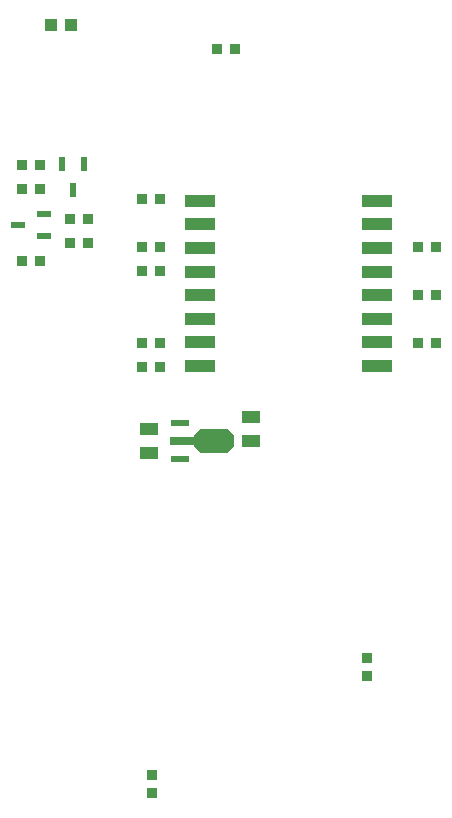
<source format=gtp>
G04 Layer_Color=7318015*
%FSAX44Y44*%
%MOMM*%
G71*
G01*
G75*
%ADD10R,0.8500X0.8500*%
%ADD11R,1.1500X0.6000*%
%ADD12R,0.6000X1.1500*%
%ADD13R,2.5000X1.0000*%
%ADD14R,0.8500X0.8500*%
%ADD15R,1.0000X1.0000*%
%ADD16R,1.5240X1.0160*%
G04:AMPARAMS|DCode=17|XSize=2mm|YSize=3.4mm|CornerRadius=0mm|HoleSize=0mm|Usage=FLASHONLY|Rotation=90.000|XOffset=0mm|YOffset=0mm|HoleType=Round|Shape=Octagon|*
%AMOCTAGOND17*
4,1,8,-1.7000,-0.5000,-1.7000,0.5000,-1.2000,1.0000,1.2000,1.0000,1.7000,0.5000,1.7000,-0.5000,1.2000,-1.0000,-1.2000,-1.0000,-1.7000,-0.5000,0.0*
%
%ADD17OCTAGOND17*%

%ADD18R,1.6000X0.6000*%
%ADD19R,2.0000X0.7000*%
D10*
X00114170Y00613410D02*
D03*
X00129670D02*
D03*
X00154810Y00628650D02*
D03*
X00170310D02*
D03*
X00129670Y00674370D02*
D03*
X00114170D02*
D03*
Y00694690D02*
D03*
X00129670D02*
D03*
X00170310Y00648970D02*
D03*
X00154810D02*
D03*
X00215770Y00665480D02*
D03*
X00231270D02*
D03*
Y00624840D02*
D03*
X00215770D02*
D03*
X00231270Y00604520D02*
D03*
X00215770D02*
D03*
X00464950Y00584200D02*
D03*
X00449450D02*
D03*
Y00543560D02*
D03*
X00464950D02*
D03*
X00231270Y00523240D02*
D03*
X00215770D02*
D03*
X00231270Y00543560D02*
D03*
X00215770D02*
D03*
X00464950Y00624840D02*
D03*
X00449450D02*
D03*
X00294770Y00792480D02*
D03*
X00279270D02*
D03*
D11*
X00133170Y00634390D02*
D03*
Y00653390D02*
D03*
X00110670Y00643890D02*
D03*
D12*
X00166980Y00695780D02*
D03*
X00147980D02*
D03*
X00157480Y00673280D02*
D03*
D13*
X00415360Y00524360D02*
D03*
Y00544360D02*
D03*
Y00564360D02*
D03*
Y00584360D02*
D03*
Y00644360D02*
D03*
Y00624360D02*
D03*
Y00604360D02*
D03*
Y00664360D02*
D03*
X00265360D02*
D03*
Y00604360D02*
D03*
Y00624360D02*
D03*
Y00644360D02*
D03*
Y00584360D02*
D03*
Y00564360D02*
D03*
Y00544360D02*
D03*
Y00524360D02*
D03*
D14*
X00224790Y00162430D02*
D03*
Y00177930D02*
D03*
X00406400Y00276990D02*
D03*
Y00261490D02*
D03*
D15*
X00155820Y00812800D02*
D03*
X00138820D02*
D03*
D16*
X00222250Y00471170D02*
D03*
Y00450850D02*
D03*
X00308610Y00481330D02*
D03*
Y00461010D02*
D03*
D17*
X00276970D02*
D03*
D18*
X00247970Y00446010D02*
D03*
Y00476010D02*
D03*
D19*
X00249970Y00461010D02*
D03*
M02*

</source>
